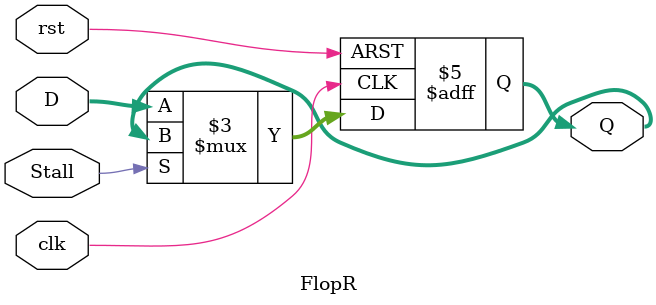
<source format=sv>
`timescale 1ns / 1ps

module FlopR #(
    parameter WIDTH = 8
) (
    input logic clk,
    rst,
    input logic [WIDTH-1:0] D,
    input logic Stall,
    output logic [WIDTH-1:0] Q
);

  always_ff @(posedge clk, posedge rst) begin
    if (rst) Q <= 0;
    else if (!Stall) Q <= D;
  end

endmodule

</source>
